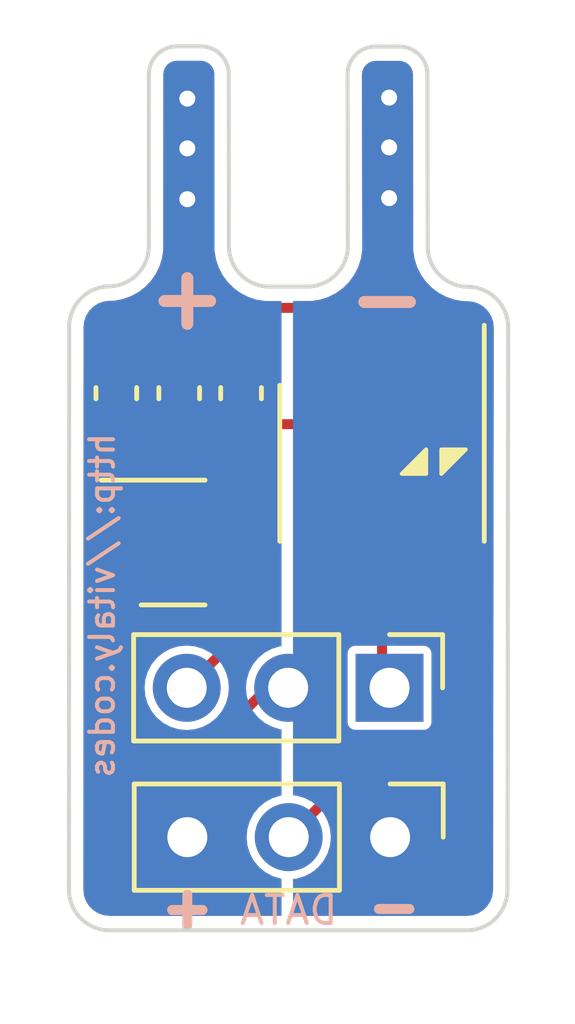
<source format=kicad_pcb>
(kicad_pcb (version 20220914) (generator pcbnew)
  (layers (0 "F.Cu" signal) (31 "B.Cu" power) (34 "B.Paste" user) (35 "F.Paste" user) (36 "B.SilkS" user "B.Silkscreen") (37 "F.SilkS" user "F.Silkscreen") (38 "B.Mask" user) (39 "F.Mask" user) (44 "Edge.Cuts" user))
  (net 0 "")
  (net 1 "+5V")
  (net 2 "GND")
  (net 3 "Net-(U1-Pad5)")
  (net 4 "VDD")
  (net 5 "Net-(J1-Pad2)")
  (footprint "Capacitor_SMD:C_0603_1608Metric" (layer "F.Cu") (at 104.3178 57.6834 90)
    (fp_text reference "C3" hide)
    (fp_text value "C")
    (fp_line (start -0.14058 -0.51) (end 0.14058 -0.51) (stroke (width 0.12)) (layer "F.SilkS"))
    (fp_line (start -0.14058 0.51) (end 0.14058 0.51) (stroke (width 0.12)) (layer "F.SilkS"))
    (pad "1" smd roundrect (at -0.775 0 90) (size 0.9 0.95) (layers "F.Cu" "F.Paste" "F.Mask") (net 4 "VDD"))
    (pad "2" smd roundrect (at 0.775 0 90) (size 0.9 0.95) (layers "F.Cu" "F.Paste" "F.Mask") (net 2 "GND"))
  )
  (footprint "Capacitor_SMD:C_0603_1608Metric" (layer "F.Cu") (at 101.1936 57.6834 90)
    (fp_text reference "C1" hide)
    (fp_text value "C")
    (fp_line (start -0.14058 -0.51) (end 0.14058 -0.51) (stroke (width 0.12)) (layer "F.SilkS"))
    (fp_line (start -0.14058 0.51) (end 0.14058 0.51) (stroke (width 0.12)) (layer "F.SilkS"))
    (pad "1" smd roundrect (at -0.775 0 90) (size 0.9 0.95) (layers "F.Cu" "F.Paste" "F.Mask") (net 1 "+5V"))
    (pad "2" smd roundrect (at 0.775 0 90) (size 0.9 0.95) (layers "F.Cu" "F.Paste" "F.Mask") (net 2 "GND"))
  )
  (footprint "Connector_PinHeader_2.54mm:PinHeader_1x03_P2.54mm_Vertical" (layer "F.Cu") (at 108.0366 65.0494 -90)
    (fp_text reference "U2" hide)
    (fp_text value "TSSP58038")
    (fp_line (start -1.33 -1.33) (end 0 -1.33) (stroke (width 0.12)) (layer "F.SilkS"))
    (fp_line (start -1.33 0) (end -1.33 -1.33) (stroke (width 0.12)) (layer "F.SilkS"))
    (fp_line (start -1.33 1.27) (end -1.33 6.41) (stroke (width 0.12)) (layer "F.SilkS"))
    (fp_line (start -1.33 1.27) (end 1.33 1.27) (stroke (width 0.12)) (layer "F.SilkS"))
    (fp_line (start -1.33 6.41) (end 1.33 6.41) (stroke (width 0.12)) (layer "F.SilkS"))
    (fp_line (start 1.33 1.27) (end 1.33 6.41) (stroke (width 0.12)) (layer "F.SilkS"))
    (pad "1" thru_hole rect (at 0 0 270) (size 1.7 1.7) (drill 1) (layers *.Cu *.Mask) (net 3 "Net-(U1-Pad5)"))
    (pad "2" thru_hole oval (at 0 2.54 270) (size 1.7 1.7) (drill 1) (layers *.Cu *.Mask) (net 2 "GND"))
    (pad "3" thru_hole oval (at 0 5.08 270) (size 1.7 1.7) (drill 1) (layers *.Cu *.Mask) (net 4 "VDD"))
  )
  (footprint "Connector_PinHeader_2.54mm:PinHeader_1x03_P2.54mm_Vertical" (layer "F.Cu") (at 108.0516 68.7832 -90)
    (fp_text reference "J1" hide)
    (fp_text value "Conn_01x03")
    (fp_line (start -1.33 -1.33) (end 0 -1.33) (stroke (width 0.12)) (layer "F.SilkS"))
    (fp_line (start -1.33 0) (end -1.33 -1.33) (stroke (width 0.12)) (layer "F.SilkS"))
    (fp_line (start -1.33 1.27) (end -1.33 6.41) (stroke (width 0.12)) (layer "F.SilkS"))
    (fp_line (start -1.33 1.27) (end 1.33 1.27) (stroke (width 0.12)) (layer "F.SilkS"))
    (fp_line (start -1.33 6.41) (end 1.33 6.41) (stroke (width 0.12)) (layer "F.SilkS"))
    (fp_line (start 1.33 1.27) (end 1.33 6.41) (stroke (width 0.12)) (layer "F.SilkS"))
    (pad "1" thru_hole rect (at 0 0 270) (size 1.7 1.7) (drill 1) (layers *.Cu *.Mask) (net 2 "GND"))
    (pad "2" thru_hole oval (at 0 2.54 270) (size 1.7 1.7) (drill 1) (layers *.Cu *.Mask) (net 5 "Net-(J1-Pad2)"))
    (pad "3" thru_hole oval (at 0 5.08 270) (size 1.7 1.7) (drill 1) (layers *.Cu *.Mask) (net 1 "+5V"))
  )
  (footprint "Package_SO:SOIC-8_3.9x4.9mm_P1.27mm" (layer "F.Cu") (at 107.8484 59.436 -90)
    (fp_text reference "U1" hide)
    (fp_text value "STM32G030J6Mx")
    (fp_line (start 0 -2.56) (end -3.45 -2.56) (stroke (width 0.12)) (layer "F.SilkS"))
    (fp_line (start 0 -2.56) (end 1.95 -2.56) (stroke (width 0.12)) (layer "F.SilkS"))
    (fp_line (start 0 2.56) (end -1.95 2.56) (stroke (width 0.12)) (layer "F.SilkS"))
    (fp_line (start 0 2.56) (end 1.95 2.56) (stroke (width 0.12)) (layer "F.SilkS"))
    (pad "1" smd roundrect (at -2.475 -1.905 270) (size 1.95 0.6) (layers "F.Cu" "F.Paste" "F.Mask"))
    (pad "2" smd roundrect (at -2.475 -0.635 270) (size 1.95 0.6) (layers "F.Cu" "F.Paste" "F.Mask") (net 4 "VDD"))
    (pad "3" smd roundrect (at -2.475 0.635 270) (size 1.95 0.6) (layers "F.Cu" "F.Paste" "F.Mask") (net 2 "GND"))
    (pad "4" smd roundrect (at -2.475 1.905 270) (size 1.95 0.6) (layers "F.Cu" "F.Paste" "F.Mask"))
    (pad "5" smd roundrect (at 2.475 1.905 270) (size 1.95 0.6) (layers "F.Cu" "F.Paste" "F.Mask") (net 3 "Net-(U1-Pad5)"))
    (pad "6" smd roundrect (at 2.475 0.635 270) (size 1.95 0.6) (layers "F.Cu" "F.Paste" "F.Mask") (net 5 "Net-(J1-Pad2)"))
    (pad "7" smd roundrect (at 2.475 -0.635 270) (size 1.95 0.6) (layers "F.Cu" "F.Paste" "F.Mask"))
    (pad "8" smd roundrect (at 2.475 -1.905 270) (size 1.95 0.6) (layers "F.Cu" "F.Paste" "F.Mask"))
  )
  (footprint "Capacitor_SMD:C_0603_1608Metric" (layer "F.Cu") (at 102.7684 57.6834 90)
    (fp_text reference "C2" hide)
    (fp_text value "C")
    (fp_line (start -0.14058 -0.51) (end 0.14058 -0.51) (stroke (width 0.12)) (layer "F.SilkS"))
    (fp_line (start -0.14058 0.51) (end 0.14058 0.51) (stroke (width 0.12)) (layer "F.SilkS"))
    (pad "1" smd roundrect (at -0.775 0 90) (size 0.9 0.95) (layers "F.Cu" "F.Paste" "F.Mask") (net 4 "VDD"))
    (pad "2" smd roundrect (at 0.775 0 90) (size 0.9 0.95) (layers "F.Cu" "F.Paste" "F.Mask") (net 2 "GND"))
  )
  (footprint "Package_TO_SOT_SMD:SOT-23-5" (layer "F.Cu") (at 102.616 61.4172)
    (fp_text reference "U3" hide)
    (fp_text value "LDK220")
    (fp_line (start 0 -1.56) (end -1.8 -1.56) (stroke (width 0.12)) (layer "F.SilkS"))
    (fp_line (start 0 -1.56) (end 0.8 -1.56) (stroke (width 0.12)) (layer "F.SilkS"))
    (fp_line (start 0 1.56) (end -0.8 1.56) (stroke (width 0.12)) (layer "F.SilkS"))
    (fp_line (start 0 1.56) (end 0.8 1.56) (stroke (width 0.12)) (layer "F.SilkS"))
    (pad "1" smd roundrect (at -1.1375 -0.95) (size 1.325 0.6) (layers "F.Cu" "F.Paste" "F.Mask") (net 1 "+5V"))
    (pad "2" smd roundrect (at -1.1375 0) (size 1.325 0.6) (layers "F.Cu" "F.Paste" "F.Mask") (net 2 "GND"))
    (pad "3" smd roundrect (at -1.1375 0.95) (size 1.325 0.6) (layers "F.Cu" "F.Paste" "F.Mask") (net 1 "+5V"))
    (pad "4" smd roundrect (at 1.1375 0.95) (size 1.325 0.6) (layers "F.Cu" "F.Paste" "F.Mask"))
    (pad "5" smd roundrect (at 1.1375 -0.95) (size 1.325 0.6) (layers "F.Cu" "F.Paste" "F.Mask") (net 4 "VDD"))
  )
  (gr_line (start 101.02302 71.11278) (end 109.97478 71.11278) (stroke (width 0.1)) (layer "Edge.Cuts"))
  (gr_arc (start 102.00758 54.00158) (mid 101.722654 54.705241) (end 101.02842 55.01242) (stroke (width 0.1)) (layer "Edge.Cuts"))
  (gr_arc (start 109.99158 55.02242) (mid 109.279919 54.718179) (end 108.9914 54) (stroke (width 0.1)) (layer "Edge.Cuts"))
  (gr_arc (start 102.01 49.7) (mid 102.218548 49.211498) (end 102.71 49.01) (stroke (width 0.1)) (layer "Edge.Cuts"))
  (gr_line (start 104.01 49.71) (end 104.013 54.01) (stroke (width 0.1)) (layer "Edge.Cuts"))
  (gr_arc (start 105.02842 55.01758) (mid 104.313176 54.722939) (end 104.013 54.01) (stroke (width 0.1)) (layer "Edge.Cuts"))
  (gr_line (start 102.71 49.01) (end 103.31 49.01) (stroke (width 0.1)) (layer "Edge.Cuts"))
  (gr_line (start 105.9754 55.01758) (end 105.02842 55.01758) (stroke (width 0.1)) (layer "Edge.Cuts"))
  (gr_arc (start 106.985025 49.714975) (mid 107.19005 49.22) (end 107.685025 49.014975) (stroke (width 0.1)) (layer "Edge.Cuts"))
  (gr_line (start 106.985025 49.714975) (end 106.9914 54.00158) (stroke (width 0.1)) (layer "Edge.Cuts"))
  (gr_line (start 107.685025 49.014975) (end 108.285025 49.014975) (stroke (width 0.1)) (layer "Edge.Cuts"))
  (gr_arc (start 108.285025 49.014975) (mid 108.78 49.22) (end 108.985025 49.714975) (stroke (width 0.1)) (layer "Edge.Cuts"))
  (gr_arc (start 109.99158 55.02242) (mid 110.71 55.32) (end 111.00758 56.03842) (stroke (width 0.1)) (layer "Edge.Cuts"))
  (gr_arc (start 100.01242 56.02842) (mid 100.31 55.31) (end 101.02842 55.01242) (stroke (width 0.1)) (layer "Edge.Cuts"))
  (gr_line (start 100.01242 56.02842) (end 100.00702 70.09678) (stroke (width 0.1)) (layer "Edge.Cuts"))
  (gr_line (start 111.00758 56.03842) (end 110.99078 70.09678) (stroke (width 0.1)) (layer "Edge.Cuts"))
  (gr_arc (start 103.31 49.01) (mid 103.804975 49.215025) (end 104.01 49.71) (stroke (width 0.1)) (layer "Edge.Cuts"))
  (gr_line (start 102.01 49.7) (end 102.00758 54.00158) (stroke (width 0.1)) (layer "Edge.Cuts"))
  (gr_arc (start 101.02302 71.11278) (mid 100.3046 70.8152) (end 100.00702 70.09678) (stroke (width 0.1)) (layer "Edge.Cuts"))
  (gr_line (start 108.985025 49.714975) (end 108.9914 54) (stroke (width 0.1)) (layer "Edge.Cuts"))
  (gr_arc (start 106.9914 54.00158) (mid 106.69382 54.72) (end 105.9754 55.01758) (stroke (width 0.1)) (layer "Edge.Cuts"))
  (gr_arc (start 110.99078 70.09678) (mid 110.6932 70.8152) (end 109.97478 71.11278) (stroke (width 0.1)) (layer "Edge.Cuts"))
  (gr_text "-" (at 108.1532 70.5104) (layer "B.SilkS") (effects (font (size 1 1) (thickness 0.25))))
  (gr_text "http://vitaly.codes" (at 100.838 62.992 90) (layer "B.SilkS") (effects (font (size 0.6 0.6) (thickness 0.1)) (justify mirror)))
  (gr_text "+" (at 102.9716 55.2704) (layer "B.SilkS") (effects (font (size 1.5 1.5) (thickness 0.3))))
  (gr_text "+" (at 102.9716 70.5358) (layer "B.SilkS") (effects (font (size 1 1) (thickness 0.25))))
  (gr_text "-" (at 107.9754 55.2958) (layer "B.SilkS") (effects (font (size 1.5 1.5) (thickness 0.3))))
  (gr_text "DATA" (at 105.5116 70.612) (layer "B.SilkS") (effects (font (size 0.7 0.7) (thickness 0.1)) (justify mirror)))
  (gr_text "◢◤" (at 109.1438 59.3344) (layer "F.SilkS") (effects (font (size 0.8 0.8) (thickness 0.1))))
  (via (at 102.9716 51.562) (size 0.8) (drill 0.4) (layers "F.Cu" "B.Cu") (net 1))
  (via (at 102.9716 50.3174) (size 0.8) (drill 0.4) (layers "F.Cu" "B.Cu") (net 1))
  (via (at 102.9716 52.832) (size 0.8) (drill 0.4) (layers "F.Cu" "B.Cu") (net 1))
  (segment (start 102.2858 66.3956) (end 103.6372 66.3956) (width 0.25) (layer "F.Cu") (net 2))
  (segment (start 104.3178 55.9816) (end 104.3178 56.9084) (width 0.25) (layer "F.Cu") (net 2))
  (segment (start 102.6414 63.5) (end 101.6762 64.4652) (width 0.25) (layer "F.Cu") (net 2))
  (segment (start 102.141 61.4172) (end 102.6414 61.9176) (width 0.25) (layer "F.Cu") (net 2))
  (segment (start 104.3178 56.9084) (end 101.0412 56.9084) (width 0.25) (layer "F.Cu") (net 2))
  (segment (start 103.6372 66.3956) (end 104.9834 65.0494) (width 0.25) (layer "F.Cu") (net 2))
  (segment (start 101.4785 61.4172) (end 102.141 61.4172) (width 0.25) (layer "F.Cu") (net 2))
  (segment (start 104.9834 65.0494) (end 105.4966 65.0494) (width 0.25) (layer "F.Cu") (net 2))
  (segment (start 104.7496 55.5498) (end 104.3178 55.9816) (width 0.25) (layer "F.Cu") (net 2))
  (segment (start 107.2134 55.9816) (end 106.7816 55.5498) (width 0.25) (layer "F.Cu") (net 2))
  (segment (start 101.6762 65.786) (end 102.2858 66.3956) (width 0.25) (layer "F.Cu") (net 2))
  (segment (start 102.6414 61.9176) (end 102.6414 63.5) (width 0.25) (layer "F.Cu") (net 2))
  (segment (start 107.2134 56.961) (end 107.2134 55.9816) (width 0.25) (layer "F.Cu") (net 2))
  (segment (start 101.6762 64.4652) (end 101.6762 65.786) (width 0.25) (layer "F.Cu") (net 2))
  (segment (start 106.7816 55.5498) (end 104.7496 55.5498) (width 0.25) (layer "F.Cu") (net 2))
  (via (at 108.0262 52.8066) (size 0.8) (drill 0.4) (layers "F.Cu" "B.Cu") (net 2))
  (via (at 108.0262 51.5366) (size 0.8) (drill 0.4) (layers "F.Cu" "B.Cu") (net 2))
  (via (at 108.0262 50.292) (size 0.8) (drill 0.4) (layers "F.Cu" "B.Cu") (net 2))
  (segment (start 107.8484 60.8076) (end 107.8484 64.8612) (width 0.25) (layer "F.Cu") (net 3))
  (segment (start 105.9434 61.911) (end 105.9434 62.6618) (width 0.25) (layer "F.Cu") (net 3))
  (segment (start 105.9434 61.911) (end 105.9434 60.7822) (width 0.25) (layer "F.Cu") (net 3))
  (segment (start 106.4006 60.325) (end 107.3658 60.325) (width 0.25) (layer "F.Cu") (net 3))
  (segment (start 105.9434 60.7822) (end 106.4006 60.325) (width 0.25) (layer "F.Cu") (net 3))
  (segment (start 107.3658 60.325) (end 107.8484 60.8076) (width 0.25) (layer "F.Cu") (net 3))
  (segment (start 104.3178 59.2328) (end 104.3178 58.4584) (width 0.25) (layer "F.Cu") (net 4))
  (segment (start 104.4854 60.4672) (end 103.7535 60.4672) (width 0.25) (layer "F.Cu") (net 4))
  (segment (start 108.4834 57.936) (end 108.4834 56.961) (width 0.25) (layer "F.Cu") (net 4))
  (segment (start 102.9566 65.0494) (end 104.8766 63.1294) (width 0.25) (layer "F.Cu") (net 4))
  (segment (start 108.4834 56.1848) (end 108.4834 56.961) (width 0.25) (layer "F.Cu") (net 4))
  (segment (start 102.7684 58.4584) (end 107.961 58.4584) (width 0.25) (layer "F.Cu") (net 4))
  (segment (start 104.3178 58.4584) (end 102.7684 58.4584) (width 0.25) (layer "F.Cu") (net 4))
  (segment (start 107.961 58.4584) (end 108.4834 57.936) (width 0.25) (layer "F.Cu") (net 4))
  (segment (start 103.7535 60.4672) (end 103.7535 59.7971) (width 0.25) (layer "F.Cu") (net 4))
  (segment (start 103.7535 59.7971) (end 104.3178 59.2328) (width 0.25) (layer "F.Cu") (net 4))
  (segment (start 104.8766 63.1294) (end 104.8766 60.8584) (width 0.25) (layer "F.Cu") (net 4))
  (segment (start 104.8766 60.8584) (end 104.4854 60.4672) (width 0.25) (layer "F.Cu") (net 4))
  (segment (start 108.4834 57.6326) (end 108.4834 56.961) (width 0.25) (layer "F.Cu") (net 4))
  (segment (start 106.7562 67.5386) (end 106.7562 62.3682) (width 0.25) (layer "F.Cu") (net 5))
  (segment (start 106.7562 62.3682) (end 107.2134 61.911) (width 0.25) (layer "F.Cu") (net 5))
  (segment (start 105.5116 68.7832) (end 105.5624 68.7832) (width 0.25) (layer "F.Cu") (net 5))
  (segment (start 105.5116 68.7832) (end 106.7562 67.5386) (width 0.25) (layer "F.Cu") (net 5))
  (zone (net 2) (net_name "GND") (layer "F.Cu") (connect_pads yes (clearance 0.0254)) (min_thickness 0.0254) (fill yes (thermal_gap 0.508) (thermal_bridge_width 0.508))
    (polygon (pts (xy 112.6998 71.5896) (xy 105.7498 71.5896) (xy 105.7498 47.8536) (xy 112.6998 47.8536)))
  )
  (zone (net 1) (net_name "+5V") (layer "F.Cu") (connect_pads yes (clearance 0.0254)) (min_thickness 0.0254) (fill yes (thermal_gap 0.508) (thermal_bridge_width 0.508))
    (polygon (pts (xy 105.23 71.664) (xy 98.28 71.664) (xy 98.28 47.8518) (xy 105.23 47.8518)))
  )
  (zone (net 2) (net_name "GND") (layer "B.Cu") (connect_pads yes (clearance 0.0254)) (min_thickness 0.0254) (fill yes (thermal_gap 0.508) (thermal_bridge_width 0.508))
    (polygon (pts (xy 111.93 71.388) (xy 105.6184 71.388) (xy 105.6184 48.13) (xy 111.93 48.13)))
  )
  (zone (net 1) (net_name "+5V") (layer "B.Cu") (connect_pads yes (clearance 0.0254)) (min_thickness 0.0254) (fill yes (thermal_gap 0.508) (thermal_bridge_width 0.508))
    (polygon (pts (xy 105.3316 71.4134) (xy 99.02 71.4134) (xy 99.02 48.13) (xy 105.3316 48.13)))
  )
)
</source>
